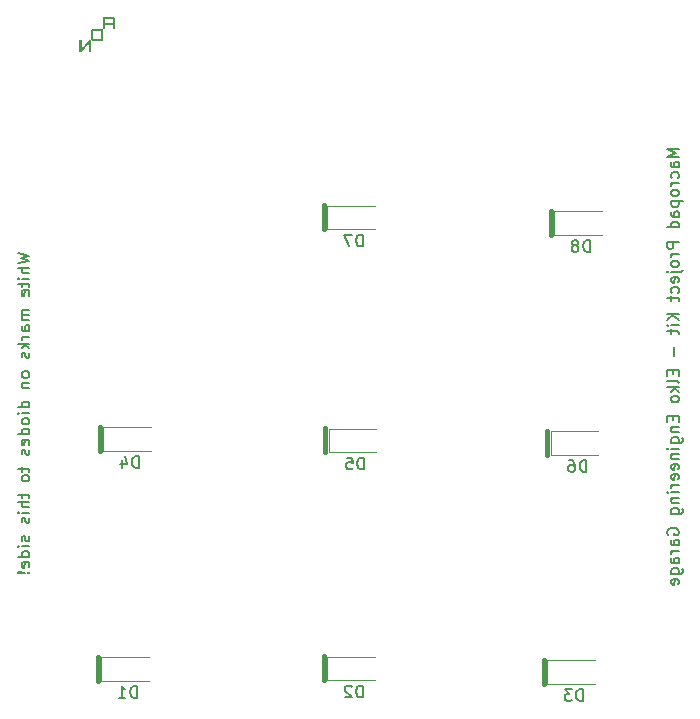
<source format=gbr>
%TF.GenerationSoftware,KiCad,Pcbnew,7.0.3*%
%TF.CreationDate,2023-06-20T13:58:59-06:00*%
%TF.ProjectId,macropad,6d616372-6f70-4616-942e-6b696361645f,rev?*%
%TF.SameCoordinates,Original*%
%TF.FileFunction,Legend,Bot*%
%TF.FilePolarity,Positive*%
%FSLAX46Y46*%
G04 Gerber Fmt 4.6, Leading zero omitted, Abs format (unit mm)*
G04 Created by KiCad (PCBNEW 7.0.3) date 2023-06-20 13:58:59*
%MOMM*%
%LPD*%
G01*
G04 APERTURE LIST*
%ADD10C,0.000000*%
%ADD11C,0.150000*%
%ADD12C,0.400000*%
%ADD13C,0.120000*%
G04 APERTURE END LIST*
D10*
G36*
X125093000Y-62880000D02*
G01*
X125103011Y-62880757D01*
X125112874Y-62882003D01*
X125122575Y-62883726D01*
X125132103Y-62885915D01*
X125141446Y-62888557D01*
X125150592Y-62891640D01*
X125159528Y-62895151D01*
X125168243Y-62899079D01*
X125176723Y-62903411D01*
X125184957Y-62908136D01*
X125192934Y-62913240D01*
X125200639Y-62918712D01*
X125208062Y-62924540D01*
X125215191Y-62930711D01*
X125222012Y-62937213D01*
X125228514Y-62944035D01*
X125234685Y-62951163D01*
X125240513Y-62958587D01*
X125245985Y-62966292D01*
X125251089Y-62974269D01*
X125255813Y-62982503D01*
X125260145Y-62990983D01*
X125264073Y-62999698D01*
X125267584Y-63008634D01*
X125270666Y-63017779D01*
X125273308Y-63027122D01*
X125275497Y-63036650D01*
X125277220Y-63046351D01*
X125278466Y-63056213D01*
X125279223Y-63066223D01*
X125279478Y-63076370D01*
X125279478Y-63898231D01*
X125092756Y-63898231D01*
X125092756Y-63555908D01*
X124449133Y-63555908D01*
X124449133Y-63898231D01*
X124260992Y-63898231D01*
X124260992Y-63369178D01*
X124449133Y-63369178D01*
X125092756Y-63369178D01*
X125092756Y-63076370D01*
X125092744Y-63075817D01*
X125092707Y-63075277D01*
X125092647Y-63074749D01*
X125092563Y-63074234D01*
X125092456Y-63073733D01*
X125092328Y-63073245D01*
X125092177Y-63072771D01*
X125092006Y-63072311D01*
X125091813Y-63071866D01*
X125091601Y-63071436D01*
X125091369Y-63071022D01*
X125091117Y-63070623D01*
X125090847Y-63070240D01*
X125090559Y-63069874D01*
X125090253Y-63069524D01*
X125089930Y-63069191D01*
X125089591Y-63068876D01*
X125089235Y-63068579D01*
X125088864Y-63068300D01*
X125088477Y-63068039D01*
X125088077Y-63067798D01*
X125087662Y-63067575D01*
X125087233Y-63067372D01*
X125086792Y-63067189D01*
X125086338Y-63067026D01*
X125085872Y-63066884D01*
X125085394Y-63066763D01*
X125084906Y-63066663D01*
X125084407Y-63066584D01*
X125083898Y-63066528D01*
X125083380Y-63066493D01*
X125082853Y-63066482D01*
X124459035Y-63066482D01*
X124458509Y-63066494D01*
X124457991Y-63066530D01*
X124457483Y-63066590D01*
X124456985Y-63066672D01*
X124456497Y-63066777D01*
X124456019Y-63066904D01*
X124455554Y-63067053D01*
X124455100Y-63067222D01*
X124454659Y-63067413D01*
X124454230Y-63067623D01*
X124453815Y-63067853D01*
X124453414Y-63068102D01*
X124453028Y-63068370D01*
X124452657Y-63068656D01*
X124452301Y-63068959D01*
X124451961Y-63069280D01*
X124451638Y-63069618D01*
X124451332Y-63069972D01*
X124451044Y-63070342D01*
X124450773Y-63070727D01*
X124450522Y-63071127D01*
X124450289Y-63071541D01*
X124450076Y-63071969D01*
X124449884Y-63072411D01*
X124449712Y-63072865D01*
X124449561Y-63073332D01*
X124449432Y-63073811D01*
X124449326Y-63074302D01*
X124449242Y-63074804D01*
X124449182Y-63075316D01*
X124449145Y-63075838D01*
X124449133Y-63076370D01*
X124449133Y-63369178D01*
X124260992Y-63369178D01*
X124260992Y-63076370D01*
X124261251Y-63066223D01*
X124262019Y-63056213D01*
X124263284Y-63046351D01*
X124265034Y-63036650D01*
X124267254Y-63027122D01*
X124269934Y-63017779D01*
X124273059Y-63008634D01*
X124276618Y-62999698D01*
X124280598Y-62990983D01*
X124284985Y-62982503D01*
X124289768Y-62974269D01*
X124294933Y-62966292D01*
X124300468Y-62958587D01*
X124306360Y-62951163D01*
X124312597Y-62944035D01*
X124319166Y-62937213D01*
X124326053Y-62930711D01*
X124333247Y-62924540D01*
X124340735Y-62918712D01*
X124348504Y-62913240D01*
X124356541Y-62908136D01*
X124364834Y-62903411D01*
X124373369Y-62899079D01*
X124382135Y-62895151D01*
X124391119Y-62891640D01*
X124400307Y-62888557D01*
X124409687Y-62885915D01*
X124419247Y-62883726D01*
X124428974Y-62882003D01*
X124438855Y-62880757D01*
X124448877Y-62880000D01*
X124459028Y-62879745D01*
X125082853Y-62879745D01*
X125093000Y-62880000D01*
G37*
G36*
X124260992Y-63898231D02*
G01*
X124260992Y-64916709D01*
X123440549Y-64916709D01*
X123430399Y-64916454D01*
X123420376Y-64915698D01*
X123410496Y-64914452D01*
X123400769Y-64912728D01*
X123391209Y-64910540D01*
X123381829Y-64907898D01*
X123372640Y-64904815D01*
X123363657Y-64901304D01*
X123354891Y-64897377D01*
X123346355Y-64893045D01*
X123338063Y-64888321D01*
X123330026Y-64883217D01*
X123322257Y-64877745D01*
X123314769Y-64871917D01*
X123307575Y-64865746D01*
X123300687Y-64859244D01*
X123294119Y-64852422D01*
X123287882Y-64845294D01*
X123281990Y-64837871D01*
X123276455Y-64830165D01*
X123271289Y-64822189D01*
X123266507Y-64813955D01*
X123262119Y-64805474D01*
X123258140Y-64796760D01*
X123254581Y-64787824D01*
X123251456Y-64778678D01*
X123248776Y-64769335D01*
X123246555Y-64759807D01*
X123244806Y-64750105D01*
X123243541Y-64740243D01*
X123242772Y-64730232D01*
X123242513Y-64720085D01*
X123430654Y-64720085D01*
X123430666Y-64720585D01*
X123430703Y-64721080D01*
X123430763Y-64721568D01*
X123430847Y-64722049D01*
X123430953Y-64722523D01*
X123431082Y-64722989D01*
X123431232Y-64723445D01*
X123431403Y-64723892D01*
X123431595Y-64724329D01*
X123431807Y-64724755D01*
X123432039Y-64725169D01*
X123432290Y-64725570D01*
X123432560Y-64725959D01*
X123432848Y-64726334D01*
X123433153Y-64726694D01*
X123433476Y-64727040D01*
X123433815Y-64727370D01*
X123434171Y-64727683D01*
X123434541Y-64727979D01*
X123434927Y-64728258D01*
X123435328Y-64728518D01*
X123435743Y-64728759D01*
X123436171Y-64728981D01*
X123436612Y-64729182D01*
X123437066Y-64729361D01*
X123437531Y-64729519D01*
X123438009Y-64729655D01*
X123438497Y-64729767D01*
X123438995Y-64729856D01*
X123439504Y-64729920D01*
X123440022Y-64729959D01*
X123440549Y-64729972D01*
X124064367Y-64729972D01*
X124064893Y-64729960D01*
X124065411Y-64729924D01*
X124065919Y-64729864D01*
X124066418Y-64729782D01*
X124066906Y-64729677D01*
X124067383Y-64729550D01*
X124067849Y-64729401D01*
X124068302Y-64729231D01*
X124068744Y-64729041D01*
X124069172Y-64728830D01*
X124069587Y-64728600D01*
X124069988Y-64728351D01*
X124070374Y-64728083D01*
X124070746Y-64727796D01*
X124071102Y-64727493D01*
X124071441Y-64727171D01*
X124071764Y-64726834D01*
X124072070Y-64726479D01*
X124072359Y-64726110D01*
X124072629Y-64725724D01*
X124072881Y-64725324D01*
X124073113Y-64724910D01*
X124073326Y-64724482D01*
X124073519Y-64724040D01*
X124073690Y-64723586D01*
X124073841Y-64723119D01*
X124073970Y-64722640D01*
X124074077Y-64722150D01*
X124074160Y-64721649D01*
X124074221Y-64721137D01*
X124074258Y-64720616D01*
X124074270Y-64720085D01*
X124074270Y-64094848D01*
X124074258Y-64094296D01*
X124074221Y-64093756D01*
X124074161Y-64093229D01*
X124074077Y-64092715D01*
X124073971Y-64092214D01*
X124073842Y-64091727D01*
X124073692Y-64091253D01*
X124073521Y-64090794D01*
X124073329Y-64090349D01*
X124073116Y-64089920D01*
X124072884Y-64089505D01*
X124072633Y-64089107D01*
X124072363Y-64088724D01*
X124072075Y-64088358D01*
X124071770Y-64088009D01*
X124071447Y-64087677D01*
X124071108Y-64087362D01*
X124070752Y-64087065D01*
X124070381Y-64086786D01*
X124069995Y-64086525D01*
X124069594Y-64086283D01*
X124069179Y-64086061D01*
X124068750Y-64085858D01*
X124068309Y-64085675D01*
X124067855Y-64085512D01*
X124067389Y-64085370D01*
X124066911Y-64085249D01*
X124066422Y-64085149D01*
X124065923Y-64085070D01*
X124065414Y-64085014D01*
X124064895Y-64084980D01*
X124064367Y-64084968D01*
X123440549Y-64084968D01*
X123440024Y-64084980D01*
X123439507Y-64085016D01*
X123438999Y-64085076D01*
X123438501Y-64085158D01*
X123438014Y-64085263D01*
X123437537Y-64085390D01*
X123437072Y-64085539D01*
X123436618Y-64085708D01*
X123436177Y-64085898D01*
X123435749Y-64086109D01*
X123435335Y-64086338D01*
X123434934Y-64086587D01*
X123434548Y-64086855D01*
X123434177Y-64087141D01*
X123433821Y-64087444D01*
X123433482Y-64087765D01*
X123433159Y-64088103D01*
X123432853Y-64088456D01*
X123432565Y-64088826D01*
X123432294Y-64089211D01*
X123432043Y-64089610D01*
X123431810Y-64090024D01*
X123431598Y-64090452D01*
X123431405Y-64090894D01*
X123431233Y-64091348D01*
X123431083Y-64091814D01*
X123430954Y-64092293D01*
X123430847Y-64092783D01*
X123430764Y-64093284D01*
X123430703Y-64093795D01*
X123430666Y-64094317D01*
X123430654Y-64094848D01*
X123430654Y-64720085D01*
X123242513Y-64720085D01*
X123242513Y-64094848D01*
X123242772Y-64084701D01*
X123243541Y-64074690D01*
X123244806Y-64064827D01*
X123246555Y-64055126D01*
X123248776Y-64045598D01*
X123251455Y-64036255D01*
X123254580Y-64027109D01*
X123258139Y-64018173D01*
X123262118Y-64009458D01*
X123266505Y-64000978D01*
X123271288Y-63992744D01*
X123276453Y-63984767D01*
X123281988Y-63977062D01*
X123287880Y-63969639D01*
X123294116Y-63962510D01*
X123300685Y-63955689D01*
X123307572Y-63949187D01*
X123314766Y-63943016D01*
X123322254Y-63937188D01*
X123330022Y-63931716D01*
X123338059Y-63926612D01*
X123346352Y-63921888D01*
X123354888Y-63917556D01*
X123363654Y-63913628D01*
X123372637Y-63910117D01*
X123381826Y-63907035D01*
X123391206Y-63904393D01*
X123400767Y-63902204D01*
X123410494Y-63900481D01*
X123420375Y-63899235D01*
X123430398Y-63898478D01*
X123440549Y-63898223D01*
X124260992Y-63898231D01*
G37*
G36*
X122467611Y-65603378D02*
G01*
X123094259Y-64856491D01*
X123297948Y-64856491D01*
X123297948Y-65874969D01*
X123111234Y-65874969D01*
X123111234Y-65128082D01*
X122483167Y-65874969D01*
X122279470Y-65874969D01*
X122279470Y-64856491D01*
X122467611Y-64856491D01*
X122467611Y-65603378D01*
G37*
D11*
X117047819Y-82907254D02*
X118047819Y-83145349D01*
X118047819Y-83145349D02*
X117333533Y-83335825D01*
X117333533Y-83335825D02*
X118047819Y-83526301D01*
X118047819Y-83526301D02*
X117047819Y-83764397D01*
X118047819Y-84145349D02*
X117047819Y-84145349D01*
X118047819Y-84573920D02*
X117524009Y-84573920D01*
X117524009Y-84573920D02*
X117428771Y-84526301D01*
X117428771Y-84526301D02*
X117381152Y-84431063D01*
X117381152Y-84431063D02*
X117381152Y-84288206D01*
X117381152Y-84288206D02*
X117428771Y-84192968D01*
X117428771Y-84192968D02*
X117476390Y-84145349D01*
X118047819Y-85050111D02*
X117381152Y-85050111D01*
X117047819Y-85050111D02*
X117095438Y-85002492D01*
X117095438Y-85002492D02*
X117143057Y-85050111D01*
X117143057Y-85050111D02*
X117095438Y-85097730D01*
X117095438Y-85097730D02*
X117047819Y-85050111D01*
X117047819Y-85050111D02*
X117143057Y-85050111D01*
X117381152Y-85383444D02*
X117381152Y-85764396D01*
X117047819Y-85526301D02*
X117904961Y-85526301D01*
X117904961Y-85526301D02*
X118000200Y-85573920D01*
X118000200Y-85573920D02*
X118047819Y-85669158D01*
X118047819Y-85669158D02*
X118047819Y-85764396D01*
X118000200Y-86478682D02*
X118047819Y-86383444D01*
X118047819Y-86383444D02*
X118047819Y-86192968D01*
X118047819Y-86192968D02*
X118000200Y-86097730D01*
X118000200Y-86097730D02*
X117904961Y-86050111D01*
X117904961Y-86050111D02*
X117524009Y-86050111D01*
X117524009Y-86050111D02*
X117428771Y-86097730D01*
X117428771Y-86097730D02*
X117381152Y-86192968D01*
X117381152Y-86192968D02*
X117381152Y-86383444D01*
X117381152Y-86383444D02*
X117428771Y-86478682D01*
X117428771Y-86478682D02*
X117524009Y-86526301D01*
X117524009Y-86526301D02*
X117619247Y-86526301D01*
X117619247Y-86526301D02*
X117714485Y-86050111D01*
X118047819Y-87716778D02*
X117381152Y-87716778D01*
X117476390Y-87716778D02*
X117428771Y-87764397D01*
X117428771Y-87764397D02*
X117381152Y-87859635D01*
X117381152Y-87859635D02*
X117381152Y-88002492D01*
X117381152Y-88002492D02*
X117428771Y-88097730D01*
X117428771Y-88097730D02*
X117524009Y-88145349D01*
X117524009Y-88145349D02*
X118047819Y-88145349D01*
X117524009Y-88145349D02*
X117428771Y-88192968D01*
X117428771Y-88192968D02*
X117381152Y-88288206D01*
X117381152Y-88288206D02*
X117381152Y-88431063D01*
X117381152Y-88431063D02*
X117428771Y-88526302D01*
X117428771Y-88526302D02*
X117524009Y-88573921D01*
X117524009Y-88573921D02*
X118047819Y-88573921D01*
X118047819Y-89478682D02*
X117524009Y-89478682D01*
X117524009Y-89478682D02*
X117428771Y-89431063D01*
X117428771Y-89431063D02*
X117381152Y-89335825D01*
X117381152Y-89335825D02*
X117381152Y-89145349D01*
X117381152Y-89145349D02*
X117428771Y-89050111D01*
X118000200Y-89478682D02*
X118047819Y-89383444D01*
X118047819Y-89383444D02*
X118047819Y-89145349D01*
X118047819Y-89145349D02*
X118000200Y-89050111D01*
X118000200Y-89050111D02*
X117904961Y-89002492D01*
X117904961Y-89002492D02*
X117809723Y-89002492D01*
X117809723Y-89002492D02*
X117714485Y-89050111D01*
X117714485Y-89050111D02*
X117666866Y-89145349D01*
X117666866Y-89145349D02*
X117666866Y-89383444D01*
X117666866Y-89383444D02*
X117619247Y-89478682D01*
X118047819Y-89954873D02*
X117381152Y-89954873D01*
X117571628Y-89954873D02*
X117476390Y-90002492D01*
X117476390Y-90002492D02*
X117428771Y-90050111D01*
X117428771Y-90050111D02*
X117381152Y-90145349D01*
X117381152Y-90145349D02*
X117381152Y-90240587D01*
X118047819Y-90573921D02*
X117047819Y-90573921D01*
X117666866Y-90669159D02*
X118047819Y-90954873D01*
X117381152Y-90954873D02*
X117762104Y-90573921D01*
X118000200Y-91335826D02*
X118047819Y-91431064D01*
X118047819Y-91431064D02*
X118047819Y-91621540D01*
X118047819Y-91621540D02*
X118000200Y-91716778D01*
X118000200Y-91716778D02*
X117904961Y-91764397D01*
X117904961Y-91764397D02*
X117857342Y-91764397D01*
X117857342Y-91764397D02*
X117762104Y-91716778D01*
X117762104Y-91716778D02*
X117714485Y-91621540D01*
X117714485Y-91621540D02*
X117714485Y-91478683D01*
X117714485Y-91478683D02*
X117666866Y-91383445D01*
X117666866Y-91383445D02*
X117571628Y-91335826D01*
X117571628Y-91335826D02*
X117524009Y-91335826D01*
X117524009Y-91335826D02*
X117428771Y-91383445D01*
X117428771Y-91383445D02*
X117381152Y-91478683D01*
X117381152Y-91478683D02*
X117381152Y-91621540D01*
X117381152Y-91621540D02*
X117428771Y-91716778D01*
X118047819Y-93097731D02*
X118000200Y-93002493D01*
X118000200Y-93002493D02*
X117952580Y-92954874D01*
X117952580Y-92954874D02*
X117857342Y-92907255D01*
X117857342Y-92907255D02*
X117571628Y-92907255D01*
X117571628Y-92907255D02*
X117476390Y-92954874D01*
X117476390Y-92954874D02*
X117428771Y-93002493D01*
X117428771Y-93002493D02*
X117381152Y-93097731D01*
X117381152Y-93097731D02*
X117381152Y-93240588D01*
X117381152Y-93240588D02*
X117428771Y-93335826D01*
X117428771Y-93335826D02*
X117476390Y-93383445D01*
X117476390Y-93383445D02*
X117571628Y-93431064D01*
X117571628Y-93431064D02*
X117857342Y-93431064D01*
X117857342Y-93431064D02*
X117952580Y-93383445D01*
X117952580Y-93383445D02*
X118000200Y-93335826D01*
X118000200Y-93335826D02*
X118047819Y-93240588D01*
X118047819Y-93240588D02*
X118047819Y-93097731D01*
X117381152Y-93859636D02*
X118047819Y-93859636D01*
X117476390Y-93859636D02*
X117428771Y-93907255D01*
X117428771Y-93907255D02*
X117381152Y-94002493D01*
X117381152Y-94002493D02*
X117381152Y-94145350D01*
X117381152Y-94145350D02*
X117428771Y-94240588D01*
X117428771Y-94240588D02*
X117524009Y-94288207D01*
X117524009Y-94288207D02*
X118047819Y-94288207D01*
X118047819Y-95954874D02*
X117047819Y-95954874D01*
X118000200Y-95954874D02*
X118047819Y-95859636D01*
X118047819Y-95859636D02*
X118047819Y-95669160D01*
X118047819Y-95669160D02*
X118000200Y-95573922D01*
X118000200Y-95573922D02*
X117952580Y-95526303D01*
X117952580Y-95526303D02*
X117857342Y-95478684D01*
X117857342Y-95478684D02*
X117571628Y-95478684D01*
X117571628Y-95478684D02*
X117476390Y-95526303D01*
X117476390Y-95526303D02*
X117428771Y-95573922D01*
X117428771Y-95573922D02*
X117381152Y-95669160D01*
X117381152Y-95669160D02*
X117381152Y-95859636D01*
X117381152Y-95859636D02*
X117428771Y-95954874D01*
X118047819Y-96431065D02*
X117381152Y-96431065D01*
X117047819Y-96431065D02*
X117095438Y-96383446D01*
X117095438Y-96383446D02*
X117143057Y-96431065D01*
X117143057Y-96431065D02*
X117095438Y-96478684D01*
X117095438Y-96478684D02*
X117047819Y-96431065D01*
X117047819Y-96431065D02*
X117143057Y-96431065D01*
X118047819Y-97050112D02*
X118000200Y-96954874D01*
X118000200Y-96954874D02*
X117952580Y-96907255D01*
X117952580Y-96907255D02*
X117857342Y-96859636D01*
X117857342Y-96859636D02*
X117571628Y-96859636D01*
X117571628Y-96859636D02*
X117476390Y-96907255D01*
X117476390Y-96907255D02*
X117428771Y-96954874D01*
X117428771Y-96954874D02*
X117381152Y-97050112D01*
X117381152Y-97050112D02*
X117381152Y-97192969D01*
X117381152Y-97192969D02*
X117428771Y-97288207D01*
X117428771Y-97288207D02*
X117476390Y-97335826D01*
X117476390Y-97335826D02*
X117571628Y-97383445D01*
X117571628Y-97383445D02*
X117857342Y-97383445D01*
X117857342Y-97383445D02*
X117952580Y-97335826D01*
X117952580Y-97335826D02*
X118000200Y-97288207D01*
X118000200Y-97288207D02*
X118047819Y-97192969D01*
X118047819Y-97192969D02*
X118047819Y-97050112D01*
X118047819Y-98240588D02*
X117047819Y-98240588D01*
X118000200Y-98240588D02*
X118047819Y-98145350D01*
X118047819Y-98145350D02*
X118047819Y-97954874D01*
X118047819Y-97954874D02*
X118000200Y-97859636D01*
X118000200Y-97859636D02*
X117952580Y-97812017D01*
X117952580Y-97812017D02*
X117857342Y-97764398D01*
X117857342Y-97764398D02*
X117571628Y-97764398D01*
X117571628Y-97764398D02*
X117476390Y-97812017D01*
X117476390Y-97812017D02*
X117428771Y-97859636D01*
X117428771Y-97859636D02*
X117381152Y-97954874D01*
X117381152Y-97954874D02*
X117381152Y-98145350D01*
X117381152Y-98145350D02*
X117428771Y-98240588D01*
X118000200Y-99097731D02*
X118047819Y-99002493D01*
X118047819Y-99002493D02*
X118047819Y-98812017D01*
X118047819Y-98812017D02*
X118000200Y-98716779D01*
X118000200Y-98716779D02*
X117904961Y-98669160D01*
X117904961Y-98669160D02*
X117524009Y-98669160D01*
X117524009Y-98669160D02*
X117428771Y-98716779D01*
X117428771Y-98716779D02*
X117381152Y-98812017D01*
X117381152Y-98812017D02*
X117381152Y-99002493D01*
X117381152Y-99002493D02*
X117428771Y-99097731D01*
X117428771Y-99097731D02*
X117524009Y-99145350D01*
X117524009Y-99145350D02*
X117619247Y-99145350D01*
X117619247Y-99145350D02*
X117714485Y-98669160D01*
X118000200Y-99526303D02*
X118047819Y-99621541D01*
X118047819Y-99621541D02*
X118047819Y-99812017D01*
X118047819Y-99812017D02*
X118000200Y-99907255D01*
X118000200Y-99907255D02*
X117904961Y-99954874D01*
X117904961Y-99954874D02*
X117857342Y-99954874D01*
X117857342Y-99954874D02*
X117762104Y-99907255D01*
X117762104Y-99907255D02*
X117714485Y-99812017D01*
X117714485Y-99812017D02*
X117714485Y-99669160D01*
X117714485Y-99669160D02*
X117666866Y-99573922D01*
X117666866Y-99573922D02*
X117571628Y-99526303D01*
X117571628Y-99526303D02*
X117524009Y-99526303D01*
X117524009Y-99526303D02*
X117428771Y-99573922D01*
X117428771Y-99573922D02*
X117381152Y-99669160D01*
X117381152Y-99669160D02*
X117381152Y-99812017D01*
X117381152Y-99812017D02*
X117428771Y-99907255D01*
X117381152Y-101002494D02*
X117381152Y-101383446D01*
X117047819Y-101145351D02*
X117904961Y-101145351D01*
X117904961Y-101145351D02*
X118000200Y-101192970D01*
X118000200Y-101192970D02*
X118047819Y-101288208D01*
X118047819Y-101288208D02*
X118047819Y-101383446D01*
X118047819Y-101859637D02*
X118000200Y-101764399D01*
X118000200Y-101764399D02*
X117952580Y-101716780D01*
X117952580Y-101716780D02*
X117857342Y-101669161D01*
X117857342Y-101669161D02*
X117571628Y-101669161D01*
X117571628Y-101669161D02*
X117476390Y-101716780D01*
X117476390Y-101716780D02*
X117428771Y-101764399D01*
X117428771Y-101764399D02*
X117381152Y-101859637D01*
X117381152Y-101859637D02*
X117381152Y-102002494D01*
X117381152Y-102002494D02*
X117428771Y-102097732D01*
X117428771Y-102097732D02*
X117476390Y-102145351D01*
X117476390Y-102145351D02*
X117571628Y-102192970D01*
X117571628Y-102192970D02*
X117857342Y-102192970D01*
X117857342Y-102192970D02*
X117952580Y-102145351D01*
X117952580Y-102145351D02*
X118000200Y-102097732D01*
X118000200Y-102097732D02*
X118047819Y-102002494D01*
X118047819Y-102002494D02*
X118047819Y-101859637D01*
X117381152Y-103240590D02*
X117381152Y-103621542D01*
X117047819Y-103383447D02*
X117904961Y-103383447D01*
X117904961Y-103383447D02*
X118000200Y-103431066D01*
X118000200Y-103431066D02*
X118047819Y-103526304D01*
X118047819Y-103526304D02*
X118047819Y-103621542D01*
X118047819Y-103954876D02*
X117047819Y-103954876D01*
X118047819Y-104383447D02*
X117524009Y-104383447D01*
X117524009Y-104383447D02*
X117428771Y-104335828D01*
X117428771Y-104335828D02*
X117381152Y-104240590D01*
X117381152Y-104240590D02*
X117381152Y-104097733D01*
X117381152Y-104097733D02*
X117428771Y-104002495D01*
X117428771Y-104002495D02*
X117476390Y-103954876D01*
X118047819Y-104859638D02*
X117381152Y-104859638D01*
X117047819Y-104859638D02*
X117095438Y-104812019D01*
X117095438Y-104812019D02*
X117143057Y-104859638D01*
X117143057Y-104859638D02*
X117095438Y-104907257D01*
X117095438Y-104907257D02*
X117047819Y-104859638D01*
X117047819Y-104859638D02*
X117143057Y-104859638D01*
X118000200Y-105288209D02*
X118047819Y-105383447D01*
X118047819Y-105383447D02*
X118047819Y-105573923D01*
X118047819Y-105573923D02*
X118000200Y-105669161D01*
X118000200Y-105669161D02*
X117904961Y-105716780D01*
X117904961Y-105716780D02*
X117857342Y-105716780D01*
X117857342Y-105716780D02*
X117762104Y-105669161D01*
X117762104Y-105669161D02*
X117714485Y-105573923D01*
X117714485Y-105573923D02*
X117714485Y-105431066D01*
X117714485Y-105431066D02*
X117666866Y-105335828D01*
X117666866Y-105335828D02*
X117571628Y-105288209D01*
X117571628Y-105288209D02*
X117524009Y-105288209D01*
X117524009Y-105288209D02*
X117428771Y-105335828D01*
X117428771Y-105335828D02*
X117381152Y-105431066D01*
X117381152Y-105431066D02*
X117381152Y-105573923D01*
X117381152Y-105573923D02*
X117428771Y-105669161D01*
X118000200Y-106859638D02*
X118047819Y-106954876D01*
X118047819Y-106954876D02*
X118047819Y-107145352D01*
X118047819Y-107145352D02*
X118000200Y-107240590D01*
X118000200Y-107240590D02*
X117904961Y-107288209D01*
X117904961Y-107288209D02*
X117857342Y-107288209D01*
X117857342Y-107288209D02*
X117762104Y-107240590D01*
X117762104Y-107240590D02*
X117714485Y-107145352D01*
X117714485Y-107145352D02*
X117714485Y-107002495D01*
X117714485Y-107002495D02*
X117666866Y-106907257D01*
X117666866Y-106907257D02*
X117571628Y-106859638D01*
X117571628Y-106859638D02*
X117524009Y-106859638D01*
X117524009Y-106859638D02*
X117428771Y-106907257D01*
X117428771Y-106907257D02*
X117381152Y-107002495D01*
X117381152Y-107002495D02*
X117381152Y-107145352D01*
X117381152Y-107145352D02*
X117428771Y-107240590D01*
X118047819Y-107716781D02*
X117381152Y-107716781D01*
X117047819Y-107716781D02*
X117095438Y-107669162D01*
X117095438Y-107669162D02*
X117143057Y-107716781D01*
X117143057Y-107716781D02*
X117095438Y-107764400D01*
X117095438Y-107764400D02*
X117047819Y-107716781D01*
X117047819Y-107716781D02*
X117143057Y-107716781D01*
X118047819Y-108621542D02*
X117047819Y-108621542D01*
X118000200Y-108621542D02*
X118047819Y-108526304D01*
X118047819Y-108526304D02*
X118047819Y-108335828D01*
X118047819Y-108335828D02*
X118000200Y-108240590D01*
X118000200Y-108240590D02*
X117952580Y-108192971D01*
X117952580Y-108192971D02*
X117857342Y-108145352D01*
X117857342Y-108145352D02*
X117571628Y-108145352D01*
X117571628Y-108145352D02*
X117476390Y-108192971D01*
X117476390Y-108192971D02*
X117428771Y-108240590D01*
X117428771Y-108240590D02*
X117381152Y-108335828D01*
X117381152Y-108335828D02*
X117381152Y-108526304D01*
X117381152Y-108526304D02*
X117428771Y-108621542D01*
X118000200Y-109478685D02*
X118047819Y-109383447D01*
X118047819Y-109383447D02*
X118047819Y-109192971D01*
X118047819Y-109192971D02*
X118000200Y-109097733D01*
X118000200Y-109097733D02*
X117904961Y-109050114D01*
X117904961Y-109050114D02*
X117524009Y-109050114D01*
X117524009Y-109050114D02*
X117428771Y-109097733D01*
X117428771Y-109097733D02*
X117381152Y-109192971D01*
X117381152Y-109192971D02*
X117381152Y-109383447D01*
X117381152Y-109383447D02*
X117428771Y-109478685D01*
X117428771Y-109478685D02*
X117524009Y-109526304D01*
X117524009Y-109526304D02*
X117619247Y-109526304D01*
X117619247Y-109526304D02*
X117714485Y-109050114D01*
X117952580Y-109954876D02*
X118000200Y-110002495D01*
X118000200Y-110002495D02*
X118047819Y-109954876D01*
X118047819Y-109954876D02*
X118000200Y-109907257D01*
X118000200Y-109907257D02*
X117952580Y-109954876D01*
X117952580Y-109954876D02*
X118047819Y-109954876D01*
X117666866Y-109954876D02*
X117095438Y-109907257D01*
X117095438Y-109907257D02*
X117047819Y-109954876D01*
X117047819Y-109954876D02*
X117095438Y-110002495D01*
X117095438Y-110002495D02*
X117666866Y-109954876D01*
X117666866Y-109954876D02*
X117047819Y-109954876D01*
X173047819Y-74050110D02*
X172047819Y-74050110D01*
X172047819Y-74050110D02*
X172762104Y-74383443D01*
X172762104Y-74383443D02*
X172047819Y-74716776D01*
X172047819Y-74716776D02*
X173047819Y-74716776D01*
X173047819Y-75621538D02*
X172524009Y-75621538D01*
X172524009Y-75621538D02*
X172428771Y-75573919D01*
X172428771Y-75573919D02*
X172381152Y-75478681D01*
X172381152Y-75478681D02*
X172381152Y-75288205D01*
X172381152Y-75288205D02*
X172428771Y-75192967D01*
X173000200Y-75621538D02*
X173047819Y-75526300D01*
X173047819Y-75526300D02*
X173047819Y-75288205D01*
X173047819Y-75288205D02*
X173000200Y-75192967D01*
X173000200Y-75192967D02*
X172904961Y-75145348D01*
X172904961Y-75145348D02*
X172809723Y-75145348D01*
X172809723Y-75145348D02*
X172714485Y-75192967D01*
X172714485Y-75192967D02*
X172666866Y-75288205D01*
X172666866Y-75288205D02*
X172666866Y-75526300D01*
X172666866Y-75526300D02*
X172619247Y-75621538D01*
X173000200Y-76526300D02*
X173047819Y-76431062D01*
X173047819Y-76431062D02*
X173047819Y-76240586D01*
X173047819Y-76240586D02*
X173000200Y-76145348D01*
X173000200Y-76145348D02*
X172952580Y-76097729D01*
X172952580Y-76097729D02*
X172857342Y-76050110D01*
X172857342Y-76050110D02*
X172571628Y-76050110D01*
X172571628Y-76050110D02*
X172476390Y-76097729D01*
X172476390Y-76097729D02*
X172428771Y-76145348D01*
X172428771Y-76145348D02*
X172381152Y-76240586D01*
X172381152Y-76240586D02*
X172381152Y-76431062D01*
X172381152Y-76431062D02*
X172428771Y-76526300D01*
X173047819Y-76954872D02*
X172381152Y-76954872D01*
X172571628Y-76954872D02*
X172476390Y-77002491D01*
X172476390Y-77002491D02*
X172428771Y-77050110D01*
X172428771Y-77050110D02*
X172381152Y-77145348D01*
X172381152Y-77145348D02*
X172381152Y-77240586D01*
X173047819Y-77716777D02*
X173000200Y-77621539D01*
X173000200Y-77621539D02*
X172952580Y-77573920D01*
X172952580Y-77573920D02*
X172857342Y-77526301D01*
X172857342Y-77526301D02*
X172571628Y-77526301D01*
X172571628Y-77526301D02*
X172476390Y-77573920D01*
X172476390Y-77573920D02*
X172428771Y-77621539D01*
X172428771Y-77621539D02*
X172381152Y-77716777D01*
X172381152Y-77716777D02*
X172381152Y-77859634D01*
X172381152Y-77859634D02*
X172428771Y-77954872D01*
X172428771Y-77954872D02*
X172476390Y-78002491D01*
X172476390Y-78002491D02*
X172571628Y-78050110D01*
X172571628Y-78050110D02*
X172857342Y-78050110D01*
X172857342Y-78050110D02*
X172952580Y-78002491D01*
X172952580Y-78002491D02*
X173000200Y-77954872D01*
X173000200Y-77954872D02*
X173047819Y-77859634D01*
X173047819Y-77859634D02*
X173047819Y-77716777D01*
X172381152Y-78478682D02*
X173381152Y-78478682D01*
X172428771Y-78478682D02*
X172381152Y-78573920D01*
X172381152Y-78573920D02*
X172381152Y-78764396D01*
X172381152Y-78764396D02*
X172428771Y-78859634D01*
X172428771Y-78859634D02*
X172476390Y-78907253D01*
X172476390Y-78907253D02*
X172571628Y-78954872D01*
X172571628Y-78954872D02*
X172857342Y-78954872D01*
X172857342Y-78954872D02*
X172952580Y-78907253D01*
X172952580Y-78907253D02*
X173000200Y-78859634D01*
X173000200Y-78859634D02*
X173047819Y-78764396D01*
X173047819Y-78764396D02*
X173047819Y-78573920D01*
X173047819Y-78573920D02*
X173000200Y-78478682D01*
X173047819Y-79812015D02*
X172524009Y-79812015D01*
X172524009Y-79812015D02*
X172428771Y-79764396D01*
X172428771Y-79764396D02*
X172381152Y-79669158D01*
X172381152Y-79669158D02*
X172381152Y-79478682D01*
X172381152Y-79478682D02*
X172428771Y-79383444D01*
X173000200Y-79812015D02*
X173047819Y-79716777D01*
X173047819Y-79716777D02*
X173047819Y-79478682D01*
X173047819Y-79478682D02*
X173000200Y-79383444D01*
X173000200Y-79383444D02*
X172904961Y-79335825D01*
X172904961Y-79335825D02*
X172809723Y-79335825D01*
X172809723Y-79335825D02*
X172714485Y-79383444D01*
X172714485Y-79383444D02*
X172666866Y-79478682D01*
X172666866Y-79478682D02*
X172666866Y-79716777D01*
X172666866Y-79716777D02*
X172619247Y-79812015D01*
X173047819Y-80716777D02*
X172047819Y-80716777D01*
X173000200Y-80716777D02*
X173047819Y-80621539D01*
X173047819Y-80621539D02*
X173047819Y-80431063D01*
X173047819Y-80431063D02*
X173000200Y-80335825D01*
X173000200Y-80335825D02*
X172952580Y-80288206D01*
X172952580Y-80288206D02*
X172857342Y-80240587D01*
X172857342Y-80240587D02*
X172571628Y-80240587D01*
X172571628Y-80240587D02*
X172476390Y-80288206D01*
X172476390Y-80288206D02*
X172428771Y-80335825D01*
X172428771Y-80335825D02*
X172381152Y-80431063D01*
X172381152Y-80431063D02*
X172381152Y-80621539D01*
X172381152Y-80621539D02*
X172428771Y-80716777D01*
X173047819Y-81954873D02*
X172047819Y-81954873D01*
X172047819Y-81954873D02*
X172047819Y-82335825D01*
X172047819Y-82335825D02*
X172095438Y-82431063D01*
X172095438Y-82431063D02*
X172143057Y-82478682D01*
X172143057Y-82478682D02*
X172238295Y-82526301D01*
X172238295Y-82526301D02*
X172381152Y-82526301D01*
X172381152Y-82526301D02*
X172476390Y-82478682D01*
X172476390Y-82478682D02*
X172524009Y-82431063D01*
X172524009Y-82431063D02*
X172571628Y-82335825D01*
X172571628Y-82335825D02*
X172571628Y-81954873D01*
X173047819Y-82954873D02*
X172381152Y-82954873D01*
X172571628Y-82954873D02*
X172476390Y-83002492D01*
X172476390Y-83002492D02*
X172428771Y-83050111D01*
X172428771Y-83050111D02*
X172381152Y-83145349D01*
X172381152Y-83145349D02*
X172381152Y-83240587D01*
X173047819Y-83716778D02*
X173000200Y-83621540D01*
X173000200Y-83621540D02*
X172952580Y-83573921D01*
X172952580Y-83573921D02*
X172857342Y-83526302D01*
X172857342Y-83526302D02*
X172571628Y-83526302D01*
X172571628Y-83526302D02*
X172476390Y-83573921D01*
X172476390Y-83573921D02*
X172428771Y-83621540D01*
X172428771Y-83621540D02*
X172381152Y-83716778D01*
X172381152Y-83716778D02*
X172381152Y-83859635D01*
X172381152Y-83859635D02*
X172428771Y-83954873D01*
X172428771Y-83954873D02*
X172476390Y-84002492D01*
X172476390Y-84002492D02*
X172571628Y-84050111D01*
X172571628Y-84050111D02*
X172857342Y-84050111D01*
X172857342Y-84050111D02*
X172952580Y-84002492D01*
X172952580Y-84002492D02*
X173000200Y-83954873D01*
X173000200Y-83954873D02*
X173047819Y-83859635D01*
X173047819Y-83859635D02*
X173047819Y-83716778D01*
X172381152Y-84478683D02*
X173238295Y-84478683D01*
X173238295Y-84478683D02*
X173333533Y-84431064D01*
X173333533Y-84431064D02*
X173381152Y-84335826D01*
X173381152Y-84335826D02*
X173381152Y-84288207D01*
X172047819Y-84478683D02*
X172095438Y-84431064D01*
X172095438Y-84431064D02*
X172143057Y-84478683D01*
X172143057Y-84478683D02*
X172095438Y-84526302D01*
X172095438Y-84526302D02*
X172047819Y-84478683D01*
X172047819Y-84478683D02*
X172143057Y-84478683D01*
X173000200Y-85335825D02*
X173047819Y-85240587D01*
X173047819Y-85240587D02*
X173047819Y-85050111D01*
X173047819Y-85050111D02*
X173000200Y-84954873D01*
X173000200Y-84954873D02*
X172904961Y-84907254D01*
X172904961Y-84907254D02*
X172524009Y-84907254D01*
X172524009Y-84907254D02*
X172428771Y-84954873D01*
X172428771Y-84954873D02*
X172381152Y-85050111D01*
X172381152Y-85050111D02*
X172381152Y-85240587D01*
X172381152Y-85240587D02*
X172428771Y-85335825D01*
X172428771Y-85335825D02*
X172524009Y-85383444D01*
X172524009Y-85383444D02*
X172619247Y-85383444D01*
X172619247Y-85383444D02*
X172714485Y-84907254D01*
X173000200Y-86240587D02*
X173047819Y-86145349D01*
X173047819Y-86145349D02*
X173047819Y-85954873D01*
X173047819Y-85954873D02*
X173000200Y-85859635D01*
X173000200Y-85859635D02*
X172952580Y-85812016D01*
X172952580Y-85812016D02*
X172857342Y-85764397D01*
X172857342Y-85764397D02*
X172571628Y-85764397D01*
X172571628Y-85764397D02*
X172476390Y-85812016D01*
X172476390Y-85812016D02*
X172428771Y-85859635D01*
X172428771Y-85859635D02*
X172381152Y-85954873D01*
X172381152Y-85954873D02*
X172381152Y-86145349D01*
X172381152Y-86145349D02*
X172428771Y-86240587D01*
X172381152Y-86526302D02*
X172381152Y-86907254D01*
X172047819Y-86669159D02*
X172904961Y-86669159D01*
X172904961Y-86669159D02*
X173000200Y-86716778D01*
X173000200Y-86716778D02*
X173047819Y-86812016D01*
X173047819Y-86812016D02*
X173047819Y-86907254D01*
X173047819Y-88002493D02*
X172047819Y-88002493D01*
X173047819Y-88573921D02*
X172476390Y-88145350D01*
X172047819Y-88573921D02*
X172619247Y-88002493D01*
X173047819Y-89002493D02*
X172381152Y-89002493D01*
X172047819Y-89002493D02*
X172095438Y-88954874D01*
X172095438Y-88954874D02*
X172143057Y-89002493D01*
X172143057Y-89002493D02*
X172095438Y-89050112D01*
X172095438Y-89050112D02*
X172047819Y-89002493D01*
X172047819Y-89002493D02*
X172143057Y-89002493D01*
X172381152Y-89335826D02*
X172381152Y-89716778D01*
X172047819Y-89478683D02*
X172904961Y-89478683D01*
X172904961Y-89478683D02*
X173000200Y-89526302D01*
X173000200Y-89526302D02*
X173047819Y-89621540D01*
X173047819Y-89621540D02*
X173047819Y-89716778D01*
X172666866Y-90812017D02*
X172666866Y-91573922D01*
X172524009Y-92812017D02*
X172524009Y-93145350D01*
X173047819Y-93288207D02*
X173047819Y-92812017D01*
X173047819Y-92812017D02*
X172047819Y-92812017D01*
X172047819Y-92812017D02*
X172047819Y-93288207D01*
X173047819Y-93859636D02*
X173000200Y-93764398D01*
X173000200Y-93764398D02*
X172904961Y-93716779D01*
X172904961Y-93716779D02*
X172047819Y-93716779D01*
X173047819Y-94240589D02*
X172047819Y-94240589D01*
X172666866Y-94335827D02*
X173047819Y-94621541D01*
X172381152Y-94621541D02*
X172762104Y-94240589D01*
X173047819Y-95192970D02*
X173000200Y-95097732D01*
X173000200Y-95097732D02*
X172952580Y-95050113D01*
X172952580Y-95050113D02*
X172857342Y-95002494D01*
X172857342Y-95002494D02*
X172571628Y-95002494D01*
X172571628Y-95002494D02*
X172476390Y-95050113D01*
X172476390Y-95050113D02*
X172428771Y-95097732D01*
X172428771Y-95097732D02*
X172381152Y-95192970D01*
X172381152Y-95192970D02*
X172381152Y-95335827D01*
X172381152Y-95335827D02*
X172428771Y-95431065D01*
X172428771Y-95431065D02*
X172476390Y-95478684D01*
X172476390Y-95478684D02*
X172571628Y-95526303D01*
X172571628Y-95526303D02*
X172857342Y-95526303D01*
X172857342Y-95526303D02*
X172952580Y-95478684D01*
X172952580Y-95478684D02*
X173000200Y-95431065D01*
X173000200Y-95431065D02*
X173047819Y-95335827D01*
X173047819Y-95335827D02*
X173047819Y-95192970D01*
X172524009Y-96716780D02*
X172524009Y-97050113D01*
X173047819Y-97192970D02*
X173047819Y-96716780D01*
X173047819Y-96716780D02*
X172047819Y-96716780D01*
X172047819Y-96716780D02*
X172047819Y-97192970D01*
X172381152Y-97621542D02*
X173047819Y-97621542D01*
X172476390Y-97621542D02*
X172428771Y-97669161D01*
X172428771Y-97669161D02*
X172381152Y-97764399D01*
X172381152Y-97764399D02*
X172381152Y-97907256D01*
X172381152Y-97907256D02*
X172428771Y-98002494D01*
X172428771Y-98002494D02*
X172524009Y-98050113D01*
X172524009Y-98050113D02*
X173047819Y-98050113D01*
X172381152Y-98954875D02*
X173190676Y-98954875D01*
X173190676Y-98954875D02*
X173285914Y-98907256D01*
X173285914Y-98907256D02*
X173333533Y-98859637D01*
X173333533Y-98859637D02*
X173381152Y-98764399D01*
X173381152Y-98764399D02*
X173381152Y-98621542D01*
X173381152Y-98621542D02*
X173333533Y-98526304D01*
X173000200Y-98954875D02*
X173047819Y-98859637D01*
X173047819Y-98859637D02*
X173047819Y-98669161D01*
X173047819Y-98669161D02*
X173000200Y-98573923D01*
X173000200Y-98573923D02*
X172952580Y-98526304D01*
X172952580Y-98526304D02*
X172857342Y-98478685D01*
X172857342Y-98478685D02*
X172571628Y-98478685D01*
X172571628Y-98478685D02*
X172476390Y-98526304D01*
X172476390Y-98526304D02*
X172428771Y-98573923D01*
X172428771Y-98573923D02*
X172381152Y-98669161D01*
X172381152Y-98669161D02*
X172381152Y-98859637D01*
X172381152Y-98859637D02*
X172428771Y-98954875D01*
X173047819Y-99431066D02*
X172381152Y-99431066D01*
X172047819Y-99431066D02*
X172095438Y-99383447D01*
X172095438Y-99383447D02*
X172143057Y-99431066D01*
X172143057Y-99431066D02*
X172095438Y-99478685D01*
X172095438Y-99478685D02*
X172047819Y-99431066D01*
X172047819Y-99431066D02*
X172143057Y-99431066D01*
X172381152Y-99907256D02*
X173047819Y-99907256D01*
X172476390Y-99907256D02*
X172428771Y-99954875D01*
X172428771Y-99954875D02*
X172381152Y-100050113D01*
X172381152Y-100050113D02*
X172381152Y-100192970D01*
X172381152Y-100192970D02*
X172428771Y-100288208D01*
X172428771Y-100288208D02*
X172524009Y-100335827D01*
X172524009Y-100335827D02*
X173047819Y-100335827D01*
X173000200Y-101192970D02*
X173047819Y-101097732D01*
X173047819Y-101097732D02*
X173047819Y-100907256D01*
X173047819Y-100907256D02*
X173000200Y-100812018D01*
X173000200Y-100812018D02*
X172904961Y-100764399D01*
X172904961Y-100764399D02*
X172524009Y-100764399D01*
X172524009Y-100764399D02*
X172428771Y-100812018D01*
X172428771Y-100812018D02*
X172381152Y-100907256D01*
X172381152Y-100907256D02*
X172381152Y-101097732D01*
X172381152Y-101097732D02*
X172428771Y-101192970D01*
X172428771Y-101192970D02*
X172524009Y-101240589D01*
X172524009Y-101240589D02*
X172619247Y-101240589D01*
X172619247Y-101240589D02*
X172714485Y-100764399D01*
X173000200Y-102050113D02*
X173047819Y-101954875D01*
X173047819Y-101954875D02*
X173047819Y-101764399D01*
X173047819Y-101764399D02*
X173000200Y-101669161D01*
X173000200Y-101669161D02*
X172904961Y-101621542D01*
X172904961Y-101621542D02*
X172524009Y-101621542D01*
X172524009Y-101621542D02*
X172428771Y-101669161D01*
X172428771Y-101669161D02*
X172381152Y-101764399D01*
X172381152Y-101764399D02*
X172381152Y-101954875D01*
X172381152Y-101954875D02*
X172428771Y-102050113D01*
X172428771Y-102050113D02*
X172524009Y-102097732D01*
X172524009Y-102097732D02*
X172619247Y-102097732D01*
X172619247Y-102097732D02*
X172714485Y-101621542D01*
X173047819Y-102526304D02*
X172381152Y-102526304D01*
X172571628Y-102526304D02*
X172476390Y-102573923D01*
X172476390Y-102573923D02*
X172428771Y-102621542D01*
X172428771Y-102621542D02*
X172381152Y-102716780D01*
X172381152Y-102716780D02*
X172381152Y-102812018D01*
X173047819Y-103145352D02*
X172381152Y-103145352D01*
X172047819Y-103145352D02*
X172095438Y-103097733D01*
X172095438Y-103097733D02*
X172143057Y-103145352D01*
X172143057Y-103145352D02*
X172095438Y-103192971D01*
X172095438Y-103192971D02*
X172047819Y-103145352D01*
X172047819Y-103145352D02*
X172143057Y-103145352D01*
X172381152Y-103621542D02*
X173047819Y-103621542D01*
X172476390Y-103621542D02*
X172428771Y-103669161D01*
X172428771Y-103669161D02*
X172381152Y-103764399D01*
X172381152Y-103764399D02*
X172381152Y-103907256D01*
X172381152Y-103907256D02*
X172428771Y-104002494D01*
X172428771Y-104002494D02*
X172524009Y-104050113D01*
X172524009Y-104050113D02*
X173047819Y-104050113D01*
X172381152Y-104954875D02*
X173190676Y-104954875D01*
X173190676Y-104954875D02*
X173285914Y-104907256D01*
X173285914Y-104907256D02*
X173333533Y-104859637D01*
X173333533Y-104859637D02*
X173381152Y-104764399D01*
X173381152Y-104764399D02*
X173381152Y-104621542D01*
X173381152Y-104621542D02*
X173333533Y-104526304D01*
X173000200Y-104954875D02*
X173047819Y-104859637D01*
X173047819Y-104859637D02*
X173047819Y-104669161D01*
X173047819Y-104669161D02*
X173000200Y-104573923D01*
X173000200Y-104573923D02*
X172952580Y-104526304D01*
X172952580Y-104526304D02*
X172857342Y-104478685D01*
X172857342Y-104478685D02*
X172571628Y-104478685D01*
X172571628Y-104478685D02*
X172476390Y-104526304D01*
X172476390Y-104526304D02*
X172428771Y-104573923D01*
X172428771Y-104573923D02*
X172381152Y-104669161D01*
X172381152Y-104669161D02*
X172381152Y-104859637D01*
X172381152Y-104859637D02*
X172428771Y-104954875D01*
X172095438Y-106716780D02*
X172047819Y-106621542D01*
X172047819Y-106621542D02*
X172047819Y-106478685D01*
X172047819Y-106478685D02*
X172095438Y-106335828D01*
X172095438Y-106335828D02*
X172190676Y-106240590D01*
X172190676Y-106240590D02*
X172285914Y-106192971D01*
X172285914Y-106192971D02*
X172476390Y-106145352D01*
X172476390Y-106145352D02*
X172619247Y-106145352D01*
X172619247Y-106145352D02*
X172809723Y-106192971D01*
X172809723Y-106192971D02*
X172904961Y-106240590D01*
X172904961Y-106240590D02*
X173000200Y-106335828D01*
X173000200Y-106335828D02*
X173047819Y-106478685D01*
X173047819Y-106478685D02*
X173047819Y-106573923D01*
X173047819Y-106573923D02*
X173000200Y-106716780D01*
X173000200Y-106716780D02*
X172952580Y-106764399D01*
X172952580Y-106764399D02*
X172619247Y-106764399D01*
X172619247Y-106764399D02*
X172619247Y-106573923D01*
X173047819Y-107621542D02*
X172524009Y-107621542D01*
X172524009Y-107621542D02*
X172428771Y-107573923D01*
X172428771Y-107573923D02*
X172381152Y-107478685D01*
X172381152Y-107478685D02*
X172381152Y-107288209D01*
X172381152Y-107288209D02*
X172428771Y-107192971D01*
X173000200Y-107621542D02*
X173047819Y-107526304D01*
X173047819Y-107526304D02*
X173047819Y-107288209D01*
X173047819Y-107288209D02*
X173000200Y-107192971D01*
X173000200Y-107192971D02*
X172904961Y-107145352D01*
X172904961Y-107145352D02*
X172809723Y-107145352D01*
X172809723Y-107145352D02*
X172714485Y-107192971D01*
X172714485Y-107192971D02*
X172666866Y-107288209D01*
X172666866Y-107288209D02*
X172666866Y-107526304D01*
X172666866Y-107526304D02*
X172619247Y-107621542D01*
X173047819Y-108097733D02*
X172381152Y-108097733D01*
X172571628Y-108097733D02*
X172476390Y-108145352D01*
X172476390Y-108145352D02*
X172428771Y-108192971D01*
X172428771Y-108192971D02*
X172381152Y-108288209D01*
X172381152Y-108288209D02*
X172381152Y-108383447D01*
X173047819Y-109145352D02*
X172524009Y-109145352D01*
X172524009Y-109145352D02*
X172428771Y-109097733D01*
X172428771Y-109097733D02*
X172381152Y-109002495D01*
X172381152Y-109002495D02*
X172381152Y-108812019D01*
X172381152Y-108812019D02*
X172428771Y-108716781D01*
X173000200Y-109145352D02*
X173047819Y-109050114D01*
X173047819Y-109050114D02*
X173047819Y-108812019D01*
X173047819Y-108812019D02*
X173000200Y-108716781D01*
X173000200Y-108716781D02*
X172904961Y-108669162D01*
X172904961Y-108669162D02*
X172809723Y-108669162D01*
X172809723Y-108669162D02*
X172714485Y-108716781D01*
X172714485Y-108716781D02*
X172666866Y-108812019D01*
X172666866Y-108812019D02*
X172666866Y-109050114D01*
X172666866Y-109050114D02*
X172619247Y-109145352D01*
X172381152Y-110050114D02*
X173190676Y-110050114D01*
X173190676Y-110050114D02*
X173285914Y-110002495D01*
X173285914Y-110002495D02*
X173333533Y-109954876D01*
X173333533Y-109954876D02*
X173381152Y-109859638D01*
X173381152Y-109859638D02*
X173381152Y-109716781D01*
X173381152Y-109716781D02*
X173333533Y-109621543D01*
X173000200Y-110050114D02*
X173047819Y-109954876D01*
X173047819Y-109954876D02*
X173047819Y-109764400D01*
X173047819Y-109764400D02*
X173000200Y-109669162D01*
X173000200Y-109669162D02*
X172952580Y-109621543D01*
X172952580Y-109621543D02*
X172857342Y-109573924D01*
X172857342Y-109573924D02*
X172571628Y-109573924D01*
X172571628Y-109573924D02*
X172476390Y-109621543D01*
X172476390Y-109621543D02*
X172428771Y-109669162D01*
X172428771Y-109669162D02*
X172381152Y-109764400D01*
X172381152Y-109764400D02*
X172381152Y-109954876D01*
X172381152Y-109954876D02*
X172428771Y-110050114D01*
X173000200Y-110907257D02*
X173047819Y-110812019D01*
X173047819Y-110812019D02*
X173047819Y-110621543D01*
X173047819Y-110621543D02*
X173000200Y-110526305D01*
X173000200Y-110526305D02*
X172904961Y-110478686D01*
X172904961Y-110478686D02*
X172524009Y-110478686D01*
X172524009Y-110478686D02*
X172428771Y-110526305D01*
X172428771Y-110526305D02*
X172381152Y-110621543D01*
X172381152Y-110621543D02*
X172381152Y-110812019D01*
X172381152Y-110812019D02*
X172428771Y-110907257D01*
X172428771Y-110907257D02*
X172524009Y-110954876D01*
X172524009Y-110954876D02*
X172619247Y-110954876D01*
X172619247Y-110954876D02*
X172714485Y-110478686D01*
%TO.C,D2*%
X146275410Y-120504819D02*
X146275410Y-119504819D01*
X146275410Y-119504819D02*
X146037315Y-119504819D01*
X146037315Y-119504819D02*
X145894458Y-119552438D01*
X145894458Y-119552438D02*
X145799220Y-119647676D01*
X145799220Y-119647676D02*
X145751601Y-119742914D01*
X145751601Y-119742914D02*
X145703982Y-119933390D01*
X145703982Y-119933390D02*
X145703982Y-120076247D01*
X145703982Y-120076247D02*
X145751601Y-120266723D01*
X145751601Y-120266723D02*
X145799220Y-120361961D01*
X145799220Y-120361961D02*
X145894458Y-120457200D01*
X145894458Y-120457200D02*
X146037315Y-120504819D01*
X146037315Y-120504819D02*
X146275410Y-120504819D01*
X145323029Y-119600057D02*
X145275410Y-119552438D01*
X145275410Y-119552438D02*
X145180172Y-119504819D01*
X145180172Y-119504819D02*
X144942077Y-119504819D01*
X144942077Y-119504819D02*
X144846839Y-119552438D01*
X144846839Y-119552438D02*
X144799220Y-119600057D01*
X144799220Y-119600057D02*
X144751601Y-119695295D01*
X144751601Y-119695295D02*
X144751601Y-119790533D01*
X144751601Y-119790533D02*
X144799220Y-119933390D01*
X144799220Y-119933390D02*
X145370648Y-120504819D01*
X145370648Y-120504819D02*
X144751601Y-120504819D01*
%TO.C,D3*%
X164887410Y-120806819D02*
X164887410Y-119806819D01*
X164887410Y-119806819D02*
X164649315Y-119806819D01*
X164649315Y-119806819D02*
X164506458Y-119854438D01*
X164506458Y-119854438D02*
X164411220Y-119949676D01*
X164411220Y-119949676D02*
X164363601Y-120044914D01*
X164363601Y-120044914D02*
X164315982Y-120235390D01*
X164315982Y-120235390D02*
X164315982Y-120378247D01*
X164315982Y-120378247D02*
X164363601Y-120568723D01*
X164363601Y-120568723D02*
X164411220Y-120663961D01*
X164411220Y-120663961D02*
X164506458Y-120759200D01*
X164506458Y-120759200D02*
X164649315Y-120806819D01*
X164649315Y-120806819D02*
X164887410Y-120806819D01*
X163982648Y-119806819D02*
X163363601Y-119806819D01*
X163363601Y-119806819D02*
X163696934Y-120187771D01*
X163696934Y-120187771D02*
X163554077Y-120187771D01*
X163554077Y-120187771D02*
X163458839Y-120235390D01*
X163458839Y-120235390D02*
X163411220Y-120283009D01*
X163411220Y-120283009D02*
X163363601Y-120378247D01*
X163363601Y-120378247D02*
X163363601Y-120616342D01*
X163363601Y-120616342D02*
X163411220Y-120711580D01*
X163411220Y-120711580D02*
X163458839Y-120759200D01*
X163458839Y-120759200D02*
X163554077Y-120806819D01*
X163554077Y-120806819D02*
X163839791Y-120806819D01*
X163839791Y-120806819D02*
X163935029Y-120759200D01*
X163935029Y-120759200D02*
X163982648Y-120711580D01*
%TO.C,D1*%
X127133410Y-120540819D02*
X127133410Y-119540819D01*
X127133410Y-119540819D02*
X126895315Y-119540819D01*
X126895315Y-119540819D02*
X126752458Y-119588438D01*
X126752458Y-119588438D02*
X126657220Y-119683676D01*
X126657220Y-119683676D02*
X126609601Y-119778914D01*
X126609601Y-119778914D02*
X126561982Y-119969390D01*
X126561982Y-119969390D02*
X126561982Y-120112247D01*
X126561982Y-120112247D02*
X126609601Y-120302723D01*
X126609601Y-120302723D02*
X126657220Y-120397961D01*
X126657220Y-120397961D02*
X126752458Y-120493200D01*
X126752458Y-120493200D02*
X126895315Y-120540819D01*
X126895315Y-120540819D02*
X127133410Y-120540819D01*
X125609601Y-120540819D02*
X126181029Y-120540819D01*
X125895315Y-120540819D02*
X125895315Y-119540819D01*
X125895315Y-119540819D02*
X125990553Y-119683676D01*
X125990553Y-119683676D02*
X126085791Y-119778914D01*
X126085791Y-119778914D02*
X126181029Y-119826533D01*
%TO.C,D5*%
X146380410Y-101200819D02*
X146380410Y-100200819D01*
X146380410Y-100200819D02*
X146142315Y-100200819D01*
X146142315Y-100200819D02*
X145999458Y-100248438D01*
X145999458Y-100248438D02*
X145904220Y-100343676D01*
X145904220Y-100343676D02*
X145856601Y-100438914D01*
X145856601Y-100438914D02*
X145808982Y-100629390D01*
X145808982Y-100629390D02*
X145808982Y-100772247D01*
X145808982Y-100772247D02*
X145856601Y-100962723D01*
X145856601Y-100962723D02*
X145904220Y-101057961D01*
X145904220Y-101057961D02*
X145999458Y-101153200D01*
X145999458Y-101153200D02*
X146142315Y-101200819D01*
X146142315Y-101200819D02*
X146380410Y-101200819D01*
X144904220Y-100200819D02*
X145380410Y-100200819D01*
X145380410Y-100200819D02*
X145428029Y-100677009D01*
X145428029Y-100677009D02*
X145380410Y-100629390D01*
X145380410Y-100629390D02*
X145285172Y-100581771D01*
X145285172Y-100581771D02*
X145047077Y-100581771D01*
X145047077Y-100581771D02*
X144951839Y-100629390D01*
X144951839Y-100629390D02*
X144904220Y-100677009D01*
X144904220Y-100677009D02*
X144856601Y-100772247D01*
X144856601Y-100772247D02*
X144856601Y-101010342D01*
X144856601Y-101010342D02*
X144904220Y-101105580D01*
X144904220Y-101105580D02*
X144951839Y-101153200D01*
X144951839Y-101153200D02*
X145047077Y-101200819D01*
X145047077Y-101200819D02*
X145285172Y-101200819D01*
X145285172Y-101200819D02*
X145380410Y-101153200D01*
X145380410Y-101153200D02*
X145428029Y-101105580D01*
%TO.C,D6*%
X165198410Y-101423819D02*
X165198410Y-100423819D01*
X165198410Y-100423819D02*
X164960315Y-100423819D01*
X164960315Y-100423819D02*
X164817458Y-100471438D01*
X164817458Y-100471438D02*
X164722220Y-100566676D01*
X164722220Y-100566676D02*
X164674601Y-100661914D01*
X164674601Y-100661914D02*
X164626982Y-100852390D01*
X164626982Y-100852390D02*
X164626982Y-100995247D01*
X164626982Y-100995247D02*
X164674601Y-101185723D01*
X164674601Y-101185723D02*
X164722220Y-101280961D01*
X164722220Y-101280961D02*
X164817458Y-101376200D01*
X164817458Y-101376200D02*
X164960315Y-101423819D01*
X164960315Y-101423819D02*
X165198410Y-101423819D01*
X163769839Y-100423819D02*
X163960315Y-100423819D01*
X163960315Y-100423819D02*
X164055553Y-100471438D01*
X164055553Y-100471438D02*
X164103172Y-100519057D01*
X164103172Y-100519057D02*
X164198410Y-100661914D01*
X164198410Y-100661914D02*
X164246029Y-100852390D01*
X164246029Y-100852390D02*
X164246029Y-101233342D01*
X164246029Y-101233342D02*
X164198410Y-101328580D01*
X164198410Y-101328580D02*
X164150791Y-101376200D01*
X164150791Y-101376200D02*
X164055553Y-101423819D01*
X164055553Y-101423819D02*
X163865077Y-101423819D01*
X163865077Y-101423819D02*
X163769839Y-101376200D01*
X163769839Y-101376200D02*
X163722220Y-101328580D01*
X163722220Y-101328580D02*
X163674601Y-101233342D01*
X163674601Y-101233342D02*
X163674601Y-100995247D01*
X163674601Y-100995247D02*
X163722220Y-100900009D01*
X163722220Y-100900009D02*
X163769839Y-100852390D01*
X163769839Y-100852390D02*
X163865077Y-100804771D01*
X163865077Y-100804771D02*
X164055553Y-100804771D01*
X164055553Y-100804771D02*
X164150791Y-100852390D01*
X164150791Y-100852390D02*
X164198410Y-100900009D01*
X164198410Y-100900009D02*
X164246029Y-100995247D01*
%TO.C,D8*%
X165487410Y-82785819D02*
X165487410Y-81785819D01*
X165487410Y-81785819D02*
X165249315Y-81785819D01*
X165249315Y-81785819D02*
X165106458Y-81833438D01*
X165106458Y-81833438D02*
X165011220Y-81928676D01*
X165011220Y-81928676D02*
X164963601Y-82023914D01*
X164963601Y-82023914D02*
X164915982Y-82214390D01*
X164915982Y-82214390D02*
X164915982Y-82357247D01*
X164915982Y-82357247D02*
X164963601Y-82547723D01*
X164963601Y-82547723D02*
X165011220Y-82642961D01*
X165011220Y-82642961D02*
X165106458Y-82738200D01*
X165106458Y-82738200D02*
X165249315Y-82785819D01*
X165249315Y-82785819D02*
X165487410Y-82785819D01*
X164344553Y-82214390D02*
X164439791Y-82166771D01*
X164439791Y-82166771D02*
X164487410Y-82119152D01*
X164487410Y-82119152D02*
X164535029Y-82023914D01*
X164535029Y-82023914D02*
X164535029Y-81976295D01*
X164535029Y-81976295D02*
X164487410Y-81881057D01*
X164487410Y-81881057D02*
X164439791Y-81833438D01*
X164439791Y-81833438D02*
X164344553Y-81785819D01*
X164344553Y-81785819D02*
X164154077Y-81785819D01*
X164154077Y-81785819D02*
X164058839Y-81833438D01*
X164058839Y-81833438D02*
X164011220Y-81881057D01*
X164011220Y-81881057D02*
X163963601Y-81976295D01*
X163963601Y-81976295D02*
X163963601Y-82023914D01*
X163963601Y-82023914D02*
X164011220Y-82119152D01*
X164011220Y-82119152D02*
X164058839Y-82166771D01*
X164058839Y-82166771D02*
X164154077Y-82214390D01*
X164154077Y-82214390D02*
X164344553Y-82214390D01*
X164344553Y-82214390D02*
X164439791Y-82262009D01*
X164439791Y-82262009D02*
X164487410Y-82309628D01*
X164487410Y-82309628D02*
X164535029Y-82404866D01*
X164535029Y-82404866D02*
X164535029Y-82595342D01*
X164535029Y-82595342D02*
X164487410Y-82690580D01*
X164487410Y-82690580D02*
X164439791Y-82738200D01*
X164439791Y-82738200D02*
X164344553Y-82785819D01*
X164344553Y-82785819D02*
X164154077Y-82785819D01*
X164154077Y-82785819D02*
X164058839Y-82738200D01*
X164058839Y-82738200D02*
X164011220Y-82690580D01*
X164011220Y-82690580D02*
X163963601Y-82595342D01*
X163963601Y-82595342D02*
X163963601Y-82404866D01*
X163963601Y-82404866D02*
X164011220Y-82309628D01*
X164011220Y-82309628D02*
X164058839Y-82262009D01*
X164058839Y-82262009D02*
X164154077Y-82214390D01*
%TO.C,D4*%
X127295410Y-101073819D02*
X127295410Y-100073819D01*
X127295410Y-100073819D02*
X127057315Y-100073819D01*
X127057315Y-100073819D02*
X126914458Y-100121438D01*
X126914458Y-100121438D02*
X126819220Y-100216676D01*
X126819220Y-100216676D02*
X126771601Y-100311914D01*
X126771601Y-100311914D02*
X126723982Y-100502390D01*
X126723982Y-100502390D02*
X126723982Y-100645247D01*
X126723982Y-100645247D02*
X126771601Y-100835723D01*
X126771601Y-100835723D02*
X126819220Y-100930961D01*
X126819220Y-100930961D02*
X126914458Y-101026200D01*
X126914458Y-101026200D02*
X127057315Y-101073819D01*
X127057315Y-101073819D02*
X127295410Y-101073819D01*
X125866839Y-100407152D02*
X125866839Y-101073819D01*
X126104934Y-100026200D02*
X126343029Y-100740485D01*
X126343029Y-100740485D02*
X125723982Y-100740485D01*
%TO.C,D7*%
X146275410Y-82325819D02*
X146275410Y-81325819D01*
X146275410Y-81325819D02*
X146037315Y-81325819D01*
X146037315Y-81325819D02*
X145894458Y-81373438D01*
X145894458Y-81373438D02*
X145799220Y-81468676D01*
X145799220Y-81468676D02*
X145751601Y-81563914D01*
X145751601Y-81563914D02*
X145703982Y-81754390D01*
X145703982Y-81754390D02*
X145703982Y-81897247D01*
X145703982Y-81897247D02*
X145751601Y-82087723D01*
X145751601Y-82087723D02*
X145799220Y-82182961D01*
X145799220Y-82182961D02*
X145894458Y-82278200D01*
X145894458Y-82278200D02*
X146037315Y-82325819D01*
X146037315Y-82325819D02*
X146275410Y-82325819D01*
X145370648Y-81325819D02*
X144703982Y-81325819D01*
X144703982Y-81325819D02*
X145132553Y-82325819D01*
D12*
%TO.C,D2*%
X142969000Y-119066000D02*
X142969000Y-117034000D01*
D13*
X143276000Y-119050000D02*
X143276000Y-117050000D01*
X143276000Y-119050000D02*
X147286000Y-119050000D01*
X143276000Y-117050000D02*
X147286000Y-117050000D01*
D12*
%TO.C,D3*%
X161581000Y-119368000D02*
X161581000Y-117336000D01*
D13*
X161888000Y-119352000D02*
X161888000Y-117352000D01*
X161888000Y-119352000D02*
X165898000Y-119352000D01*
X161888000Y-117352000D02*
X165898000Y-117352000D01*
D12*
%TO.C,D1*%
X123827000Y-119102000D02*
X123827000Y-117070000D01*
D13*
X124134000Y-119086000D02*
X124134000Y-117086000D01*
X124134000Y-119086000D02*
X128144000Y-119086000D01*
X124134000Y-117086000D02*
X128144000Y-117086000D01*
D12*
%TO.C,D5*%
X143074000Y-99762000D02*
X143074000Y-97730000D01*
D13*
X143381000Y-99746000D02*
X143381000Y-97746000D01*
X143381000Y-99746000D02*
X147391000Y-99746000D01*
X143381000Y-97746000D02*
X147391000Y-97746000D01*
D12*
%TO.C,D6*%
X161892000Y-99985000D02*
X161892000Y-97953000D01*
D13*
X162199000Y-99969000D02*
X162199000Y-97969000D01*
X162199000Y-99969000D02*
X166209000Y-99969000D01*
X162199000Y-97969000D02*
X166209000Y-97969000D01*
D12*
%TO.C,D8*%
X162181000Y-81347000D02*
X162181000Y-79315000D01*
D13*
X162488000Y-81331000D02*
X162488000Y-79331000D01*
X162488000Y-81331000D02*
X166498000Y-81331000D01*
X162488000Y-79331000D02*
X166498000Y-79331000D01*
D12*
%TO.C,D4*%
X123989000Y-99635000D02*
X123989000Y-97603000D01*
D13*
X124296000Y-99619000D02*
X124296000Y-97619000D01*
X124296000Y-99619000D02*
X128306000Y-99619000D01*
X124296000Y-97619000D02*
X128306000Y-97619000D01*
D12*
%TO.C,D7*%
X142969000Y-80887000D02*
X142969000Y-78855000D01*
D13*
X143276000Y-80871000D02*
X143276000Y-78871000D01*
X143276000Y-80871000D02*
X147286000Y-80871000D01*
X143276000Y-78871000D02*
X147286000Y-78871000D01*
%TD*%
M02*

</source>
